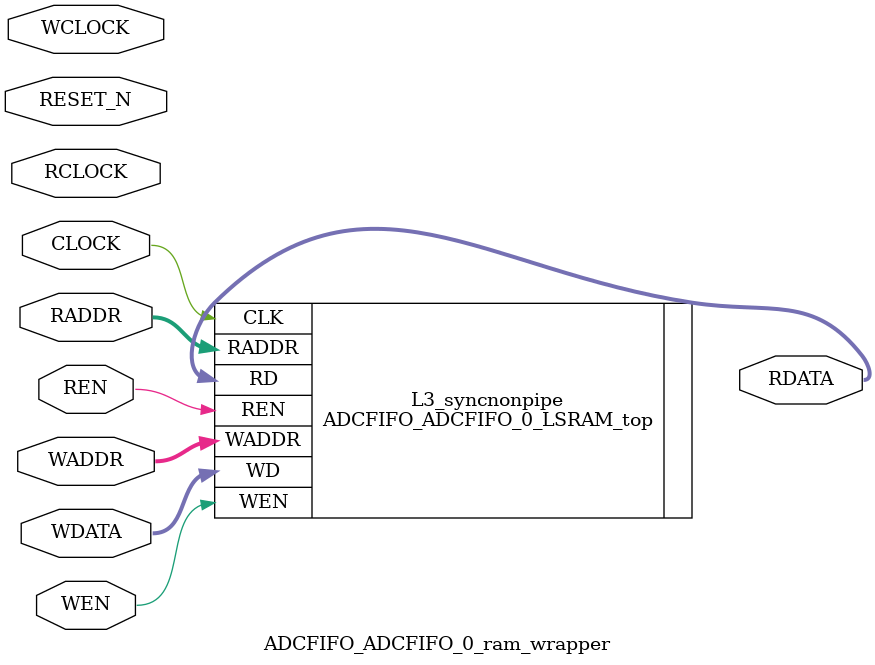
<source format=v>

`timescale 1 ns/100 ps
module ADCFIFO_ADCFIFO_0_ram_wrapper(
WDATA,  
WADDR,  
WEN,    
REN,    
RDATA,  
RADDR,  
RESET_N,
CLOCK,  
WCLOCK, 
RCLOCK  
);      
  

// --------------------------------------------------------------------------
// PARAMETER Declaration
// --------------------------------------------------------------------------
parameter                RWIDTH        = 32;  // Read  port Data Width
parameter                WWIDTH        = 32;  // Write port Data Width
parameter                RDEPTH        = 128; // Read  port Data Depth
parameter                WDEPTH        = 128; // Write port Data Depth
parameter                SYNC          = 0;   // Synchronous or Asynchronous operation | 1 - Single Clock, 0 - Dual clock
parameter                PIPE          = 1;   // Pipeline read data out
parameter                CTRL_TYPE     = 1;   // Controller only options | 1 - Controller Only, 2 - RAM1Kx18, 3 - RAM64x18
// --------------------------------------------------------------------------
// I/O Declaration
// --------------------------------------------------------------------------
input [WWIDTH - 1 : 0]   WDATA;  
input [(WDEPTH - 1) : 0] WADDR;  
input                    WEN;    
input                    REN;    
output [RWIDTH - 1 : 0]  RDATA;  
input [(RDEPTH - 1) : 0] RADDR;  
input                    RESET_N;
input                    WCLOCK; 
input                    RCLOCK; 
input                    CLOCK;  
  

ADCFIFO_ADCFIFO_0_LSRAM_top L3_syncnonpipe (
.WD    (WDATA   ),
.WADDR (WADDR   ),
.WEN   (WEN     ),
.RD    (RDATA   ),
.RADDR (RADDR   ),
.REN   (REN     ),
.CLK   (CLOCK   ) 
);


endmodule

</source>
